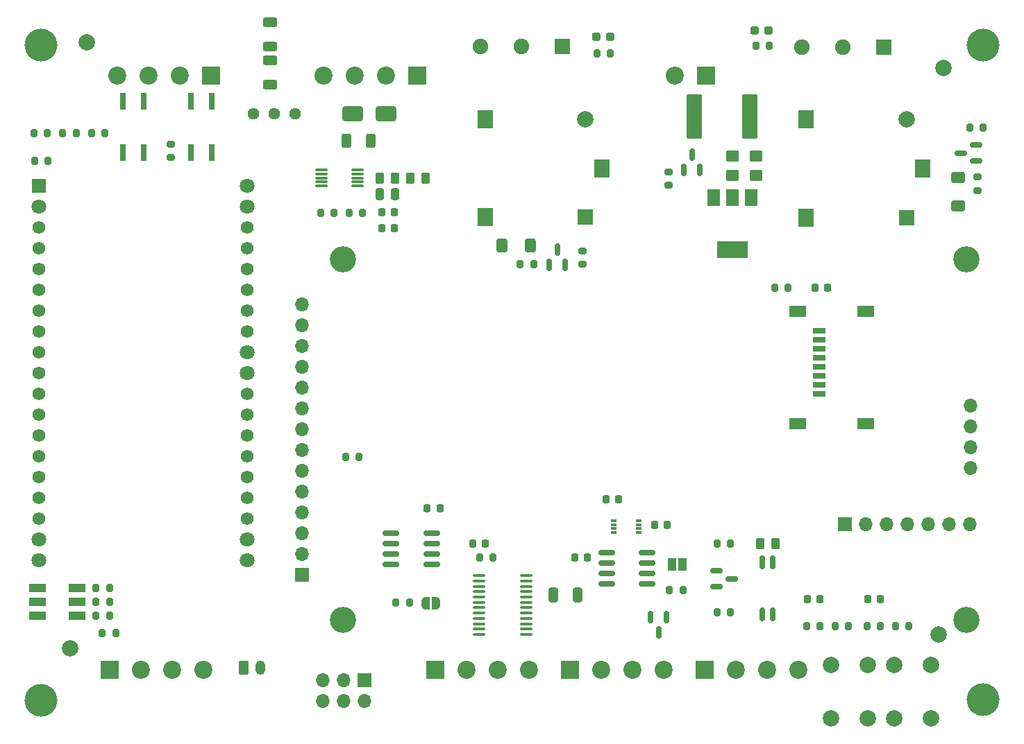
<source format=gbr>
%TF.GenerationSoftware,KiCad,Pcbnew,7.0.7*%
%TF.CreationDate,2024-04-10T19:08:45+02:00*%
%TF.ProjectId,ControllerCircuit,436f6e74-726f-46c6-9c65-724369726375,rev?*%
%TF.SameCoordinates,Original*%
%TF.FileFunction,Soldermask,Top*%
%TF.FilePolarity,Negative*%
%FSLAX46Y46*%
G04 Gerber Fmt 4.6, Leading zero omitted, Abs format (unit mm)*
G04 Created by KiCad (PCBNEW 7.0.7) date 2024-04-10 19:08:45*
%MOMM*%
%LPD*%
G01*
G04 APERTURE LIST*
G04 Aperture macros list*
%AMRoundRect*
0 Rectangle with rounded corners*
0 $1 Rounding radius*
0 $2 $3 $4 $5 $6 $7 $8 $9 X,Y pos of 4 corners*
0 Add a 4 corners polygon primitive as box body*
4,1,4,$2,$3,$4,$5,$6,$7,$8,$9,$2,$3,0*
0 Add four circle primitives for the rounded corners*
1,1,$1+$1,$2,$3*
1,1,$1+$1,$4,$5*
1,1,$1+$1,$6,$7*
1,1,$1+$1,$8,$9*
0 Add four rect primitives between the rounded corners*
20,1,$1+$1,$2,$3,$4,$5,0*
20,1,$1+$1,$4,$5,$6,$7,0*
20,1,$1+$1,$6,$7,$8,$9,0*
20,1,$1+$1,$8,$9,$2,$3,0*%
%AMFreePoly0*
4,1,19,0.500000,-0.750000,0.000000,-0.750000,0.000000,-0.744911,-0.071157,-0.744911,-0.207708,-0.704816,-0.327430,-0.627875,-0.420627,-0.520320,-0.479746,-0.390866,-0.500000,-0.250000,-0.500000,0.250000,-0.479746,0.390866,-0.420627,0.520320,-0.327430,0.627875,-0.207708,0.704816,-0.071157,0.744911,0.000000,0.744911,0.000000,0.750000,0.500000,0.750000,0.500000,-0.750000,0.500000,-0.750000,
$1*%
%AMFreePoly1*
4,1,19,0.000000,0.744911,0.071157,0.744911,0.207708,0.704816,0.327430,0.627875,0.420627,0.520320,0.479746,0.390866,0.500000,0.250000,0.500000,-0.250000,0.479746,-0.390866,0.420627,-0.520320,0.327430,-0.627875,0.207708,-0.704816,0.071157,-0.744911,0.000000,-0.744911,0.000000,-0.750000,-0.500000,-0.750000,-0.500000,0.750000,0.000000,0.750000,0.000000,0.744911,0.000000,0.744911,
$1*%
G04 Aperture macros list end*
%ADD10C,4.000000*%
%ADD11RoundRect,0.200000X-0.200000X-0.275000X0.200000X-0.275000X0.200000X0.275000X-0.200000X0.275000X0*%
%ADD12RoundRect,0.225000X-0.225000X-0.250000X0.225000X-0.250000X0.225000X0.250000X-0.225000X0.250000X0*%
%ADD13RoundRect,0.150000X-0.825000X-0.150000X0.825000X-0.150000X0.825000X0.150000X-0.825000X0.150000X0*%
%ADD14R,2.200000X2.200000*%
%ADD15C,2.200000*%
%ADD16R,1.800000X1.800000*%
%ADD17C,1.800000*%
%ADD18C,1.560000*%
%ADD19R,1.700000X1.700000*%
%ADD20O,1.700000X1.700000*%
%ADD21R,1.980000X1.980000*%
%ADD22C,2.000000*%
%ADD23R,1.900000X2.200000*%
%ADD24RoundRect,0.237500X-0.287500X-0.237500X0.287500X-0.237500X0.287500X0.237500X-0.287500X0.237500X0*%
%ADD25RoundRect,0.250000X-0.350000X-0.625000X0.350000X-0.625000X0.350000X0.625000X-0.350000X0.625000X0*%
%ADD26O,1.200000X1.750000*%
%ADD27RoundRect,0.250000X0.600000X-0.400000X0.600000X0.400000X-0.600000X0.400000X-0.600000X-0.400000X0*%
%ADD28RoundRect,0.150000X0.587500X0.150000X-0.587500X0.150000X-0.587500X-0.150000X0.587500X-0.150000X0*%
%ADD29RoundRect,0.200000X-0.275000X0.200000X-0.275000X-0.200000X0.275000X-0.200000X0.275000X0.200000X0*%
%ADD30RoundRect,0.250000X0.262500X0.450000X-0.262500X0.450000X-0.262500X-0.450000X0.262500X-0.450000X0*%
%ADD31RoundRect,0.150000X0.150000X-0.587500X0.150000X0.587500X-0.150000X0.587500X-0.150000X-0.587500X0*%
%ADD32RoundRect,0.250000X-0.712500X-2.475000X0.712500X-2.475000X0.712500X2.475000X-0.712500X2.475000X0*%
%ADD33RoundRect,0.250000X-0.537500X-0.425000X0.537500X-0.425000X0.537500X0.425000X-0.537500X0.425000X0*%
%ADD34R,1.500000X2.000000*%
%ADD35R,3.800000X2.000000*%
%ADD36R,0.640000X2.000000*%
%ADD37R,1.900000X1.900000*%
%ADD38C,1.900000*%
%ADD39RoundRect,0.200000X0.200000X0.275000X-0.200000X0.275000X-0.200000X-0.275000X0.200000X-0.275000X0*%
%ADD40R,1.000000X1.500000*%
%ADD41FreePoly0,180.000000*%
%ADD42FreePoly1,180.000000*%
%ADD43RoundRect,0.150000X-0.150000X0.587500X-0.150000X-0.587500X0.150000X-0.587500X0.150000X0.587500X0*%
%ADD44RoundRect,0.150000X-0.150000X0.662500X-0.150000X-0.662500X0.150000X-0.662500X0.150000X0.662500X0*%
%ADD45RoundRect,0.100000X-0.637500X-0.100000X0.637500X-0.100000X0.637500X0.100000X-0.637500X0.100000X0*%
%ADD46RoundRect,0.150000X-0.587500X-0.150000X0.587500X-0.150000X0.587500X0.150000X-0.587500X0.150000X0*%
%ADD47RoundRect,0.250000X0.325000X0.650000X-0.325000X0.650000X-0.325000X-0.650000X0.325000X-0.650000X0*%
%ADD48R,1.500000X0.800000*%
%ADD49R,2.000000X1.450000*%
%ADD50R,0.800000X0.300000*%
%ADD51C,3.200000*%
%ADD52R,2.000000X1.100000*%
%ADD53RoundRect,0.225000X0.225000X0.250000X-0.225000X0.250000X-0.225000X-0.250000X0.225000X-0.250000X0*%
%ADD54RoundRect,0.250000X-0.250000X-0.475000X0.250000X-0.475000X0.250000X0.475000X-0.250000X0.475000X0*%
%ADD55RoundRect,0.250000X-0.262500X-0.450000X0.262500X-0.450000X0.262500X0.450000X-0.262500X0.450000X0*%
%ADD56RoundRect,0.075000X-0.650000X-0.075000X0.650000X-0.075000X0.650000X0.075000X-0.650000X0.075000X0*%
%ADD57RoundRect,0.250000X-0.400000X-0.600000X0.400000X-0.600000X0.400000X0.600000X-0.400000X0.600000X0*%
%ADD58RoundRect,0.250000X0.625000X-0.312500X0.625000X0.312500X-0.625000X0.312500X-0.625000X-0.312500X0*%
%ADD59C,1.440000*%
%ADD60RoundRect,0.250000X-0.312500X-0.625000X0.312500X-0.625000X0.312500X0.625000X-0.312500X0.625000X0*%
%ADD61RoundRect,0.250000X-1.000000X-0.650000X1.000000X-0.650000X1.000000X0.650000X-1.000000X0.650000X0*%
G04 APERTURE END LIST*
D10*
%TO.C,REF1*%
X118650000Y83800000D03*
%TD*%
%TO.C,REF3*%
X118650000Y3850000D03*
%TD*%
D11*
%TO.C,R4*%
X10425000Y15800000D03*
X12075000Y15800000D03*
%TD*%
D12*
%TO.C,C6*%
X56375000Y22900000D03*
X57925000Y22900000D03*
%TD*%
%TO.C,C1*%
X50825000Y27250000D03*
X52375000Y27250000D03*
%TD*%
D11*
%TO.C,R9*%
X47015000Y15670000D03*
X48665000Y15670000D03*
%TD*%
D13*
%TO.C,U5*%
X46425000Y24155000D03*
X46425000Y22885000D03*
X46425000Y21615000D03*
X46425000Y20345000D03*
X51375000Y20345000D03*
X51375000Y21615000D03*
X51375000Y22885000D03*
X51375000Y24155000D03*
%TD*%
D14*
%TO.C,J7*%
X68249188Y7500000D03*
D15*
X72059188Y7500000D03*
X75869188Y7500000D03*
X79679188Y7500000D03*
%TD*%
D16*
%TO.C,U4*%
X3506394Y66570000D03*
D17*
X3506394Y64030000D03*
D18*
X3506394Y61490000D03*
X3506394Y58950000D03*
X3506394Y56410000D03*
X3506394Y53870000D03*
X3506394Y51330000D03*
X3506394Y48790000D03*
X3506394Y46250000D03*
X3506394Y43710000D03*
X3506394Y41170000D03*
X3506394Y38630000D03*
X3506394Y36090000D03*
X3506394Y33550000D03*
X3506394Y31010000D03*
X3506394Y28470000D03*
X3506394Y25930000D03*
D17*
X3506394Y23390000D03*
X3506394Y20850000D03*
X28906394Y66570000D03*
X28906394Y64030000D03*
D18*
X28906394Y61490000D03*
X28906394Y58950000D03*
X28906394Y56410000D03*
X28906394Y53870000D03*
X28906394Y51330000D03*
X28906394Y48790000D03*
D17*
X28906394Y46250000D03*
X28906394Y43710000D03*
D18*
X28906394Y41170000D03*
X28906394Y38630000D03*
X28906394Y36090000D03*
X28906394Y33550000D03*
X28906394Y31010000D03*
X28906394Y28470000D03*
X28906394Y25930000D03*
D17*
X28906394Y23390000D03*
X28906394Y20850000D03*
%TD*%
D14*
%TO.C,J1*%
X12099188Y7500000D03*
D15*
X15909188Y7500000D03*
X19719188Y7500000D03*
X23529188Y7500000D03*
%TD*%
D14*
%TO.C,J4*%
X51849188Y7500000D03*
D15*
X55659188Y7500000D03*
X59469188Y7500000D03*
X63279188Y7500000D03*
%TD*%
D19*
%TO.C,J8*%
X43200000Y6250000D03*
D20*
X43200000Y3710000D03*
X40660000Y6250000D03*
X40660000Y3710000D03*
X38120000Y6250000D03*
X38120000Y3710000D03*
%TD*%
D21*
%TO.C,K1*%
X109265000Y62700000D03*
D22*
X109265000Y74700000D03*
D23*
X111265000Y68700000D03*
X97065000Y62700000D03*
X97065000Y74700000D03*
%TD*%
D11*
%TO.C,R12*%
X90925000Y83700000D03*
X92575000Y83700000D03*
%TD*%
D24*
%TO.C,D3*%
X90725000Y85550000D03*
X92475000Y85550000D03*
%TD*%
D25*
%TO.C,J10*%
X28450000Y7750000D03*
D26*
X30450000Y7750000D03*
%TD*%
D11*
%TO.C,R1*%
X10425000Y17500000D03*
X12075000Y17500000D03*
%TD*%
%TO.C,R17*%
X10425000Y14100000D03*
X12075000Y14100000D03*
%TD*%
D10*
%TO.C,REF2*%
X3700000Y83800000D03*
%TD*%
%TO.C,REF4*%
X3700000Y3800000D03*
%TD*%
D27*
%TO.C,D2*%
X115550000Y64100000D03*
X115550000Y67600000D03*
%TD*%
D28*
%TO.C,Q1*%
X117737500Y69650000D03*
X117737500Y71550000D03*
X115862500Y70600000D03*
%TD*%
D29*
%TO.C,R10*%
X117950000Y67675000D03*
X117950000Y66025000D03*
%TD*%
D11*
%TO.C,R11*%
X116975000Y73700000D03*
X118625000Y73700000D03*
%TD*%
D30*
%TO.C,R3*%
X93292500Y22880000D03*
X91467500Y22880000D03*
%TD*%
D11*
%TO.C,R2*%
X86175000Y14500000D03*
X87825000Y14500000D03*
%TD*%
D29*
%TO.C,R8*%
X80300000Y68325000D03*
X80300000Y66675000D03*
%TD*%
D31*
%TO.C,Q3*%
X82150000Y68562500D03*
X84050000Y68562500D03*
X83100000Y70437500D03*
%TD*%
D32*
%TO.C,F1*%
X83362500Y75050000D03*
X90137500Y75050000D03*
%TD*%
D33*
%TO.C,C4*%
X88016700Y67836000D03*
X90891700Y67836000D03*
%TD*%
%TO.C,C3*%
X88012500Y70200000D03*
X90887500Y70200000D03*
%TD*%
D34*
%TO.C,U6*%
X90374200Y65121000D03*
X88074200Y65121000D03*
D35*
X88074200Y58821000D03*
D34*
X85774200Y65121000D03*
%TD*%
D36*
%TO.C,U9*%
X21980000Y70650000D03*
X24520000Y70650000D03*
X24520000Y76950000D03*
X21980000Y76950000D03*
%TD*%
D29*
%TO.C,R18*%
X19583400Y71678800D03*
X19583400Y70028800D03*
%TD*%
D37*
%TO.C,J2*%
X106475000Y83550000D03*
D38*
X101475000Y83550000D03*
X96475000Y83550000D03*
%TD*%
D39*
%TO.C,R19*%
X58875000Y21200000D03*
X57225000Y21200000D03*
%TD*%
D11*
%TO.C,R21*%
X40875000Y33500000D03*
X42525000Y33500000D03*
%TD*%
D12*
%TO.C,C2*%
X68825000Y21250000D03*
X70375000Y21250000D03*
%TD*%
D40*
%TO.C,JP1*%
X80650000Y20400000D03*
X81950000Y20400000D03*
%TD*%
D39*
%TO.C,R24*%
X12825000Y12000000D03*
X11175000Y12000000D03*
%TD*%
D36*
%TO.C,U12*%
X13730000Y70650000D03*
X16270000Y70650000D03*
X16270000Y76950000D03*
X13730000Y76950000D03*
%TD*%
D14*
%TO.C,J12*%
X24450812Y80050000D03*
D15*
X20640812Y80050000D03*
X16830812Y80050000D03*
X13020812Y80050000D03*
%TD*%
D41*
%TO.C,JP4*%
X51890000Y15660000D03*
D42*
X50590000Y15660000D03*
%TD*%
D43*
%TO.C,D8*%
X79990000Y13937500D03*
X78090000Y13937500D03*
X79040000Y12062500D03*
%TD*%
D14*
%TO.C,J5*%
X84840812Y80050000D03*
D15*
X81030812Y80050000D03*
%TD*%
D44*
%TO.C,U2*%
X92943320Y20607000D03*
X91673320Y20607000D03*
X91673320Y14232000D03*
X92943320Y14232000D03*
%TD*%
D19*
%TO.C,J14*%
X101800000Y25300000D03*
D20*
X104340000Y25300000D03*
X106880000Y25300000D03*
X109420000Y25300000D03*
X111960000Y25300000D03*
X114500000Y25300000D03*
X117040000Y25300000D03*
%TD*%
D12*
%TO.C,C10*%
X98125000Y54150000D03*
X99675000Y54150000D03*
%TD*%
%TO.C,C7*%
X97166000Y16129000D03*
X98716000Y16129000D03*
%TD*%
D11*
%TO.C,R7*%
X100545000Y12827000D03*
X102195000Y12827000D03*
%TD*%
%TO.C,R26*%
X97096000Y12827000D03*
X98746000Y12827000D03*
%TD*%
D22*
%TO.C,SW1*%
X100100000Y1600000D03*
X100100000Y8100000D03*
X104600000Y1600000D03*
X104600000Y8100000D03*
%TD*%
%TO.C,SW2*%
X107750000Y1600000D03*
X107750000Y8100000D03*
X112250000Y1600000D03*
X112250000Y8100000D03*
%TD*%
D11*
%TO.C,R27*%
X107911000Y12827000D03*
X109561000Y12827000D03*
%TD*%
D12*
%TO.C,C11*%
X104532000Y16129000D03*
X106082000Y16129000D03*
%TD*%
D11*
%TO.C,R28*%
X104462000Y12827000D03*
X106112000Y12827000D03*
%TD*%
D45*
%TO.C,U3*%
X57137500Y18975000D03*
X57137500Y18325000D03*
X57137500Y17675000D03*
X57137500Y17025000D03*
X57137500Y16375000D03*
X57137500Y15725000D03*
X57137500Y15075000D03*
X57137500Y14425000D03*
X57137500Y13775000D03*
X57137500Y13125000D03*
X57137500Y12475000D03*
X57137500Y11825000D03*
X62862500Y11825000D03*
X62862500Y12475000D03*
X62862500Y13125000D03*
X62862500Y13775000D03*
X62862500Y14425000D03*
X62862500Y15075000D03*
X62862500Y15725000D03*
X62862500Y16375000D03*
X62862500Y17025000D03*
X62862500Y17675000D03*
X62862500Y18325000D03*
X62862500Y18975000D03*
%TD*%
D46*
%TO.C,Q4*%
X86082500Y19575000D03*
X86082500Y17675000D03*
X87957500Y18625000D03*
%TD*%
D11*
%TO.C,R20*%
X86175000Y22880000D03*
X87825000Y22880000D03*
%TD*%
D47*
%TO.C,C5*%
X69175000Y16600000D03*
X66225000Y16600000D03*
%TD*%
D11*
%TO.C,R29*%
X2925000Y69650000D03*
X4575000Y69650000D03*
%TD*%
D48*
%TO.C,J15*%
X98600000Y41195000D03*
X98600000Y42295000D03*
X98600000Y43395000D03*
X98600000Y44495000D03*
X98600000Y45595000D03*
X98600000Y46695000D03*
X98600000Y47795000D03*
X98600000Y48895000D03*
D49*
X96000000Y37525000D03*
X104300000Y37525000D03*
X104300000Y51275000D03*
X96000000Y51275000D03*
%TD*%
D22*
%TO.C,FID1*%
X9300000Y84100000D03*
%TD*%
%TO.C,FID2*%
X7300000Y10150000D03*
%TD*%
%TO.C,FID3*%
X113200000Y11850000D03*
%TD*%
%TO.C,FID4*%
X113750000Y81000000D03*
%TD*%
D12*
%TO.C,C9*%
X78525000Y25200000D03*
X80075000Y25200000D03*
%TD*%
D50*
%TO.C,U1*%
X73550000Y25730000D03*
X73550000Y25230000D03*
X73550000Y24730000D03*
X73550000Y24230000D03*
X76650000Y24230000D03*
X76650000Y24730000D03*
X76650000Y25230000D03*
X76650000Y25730000D03*
%TD*%
D13*
%TO.C,U7*%
X72725000Y21805000D03*
X72725000Y20535000D03*
X72725000Y19265000D03*
X72725000Y17995000D03*
X77675000Y17995000D03*
X77675000Y19265000D03*
X77675000Y20535000D03*
X77675000Y21805000D03*
%TD*%
D39*
%TO.C,R6*%
X82025000Y17200000D03*
X80375000Y17200000D03*
%TD*%
D51*
%TO.C,LCD1*%
X116550000Y13625000D03*
X116550000Y57625000D03*
X40550000Y13625000D03*
X40550000Y57625000D03*
D19*
X35550000Y19125000D03*
D20*
X35550000Y21665000D03*
X35550000Y24205000D03*
X35550000Y26745000D03*
X35550000Y29285000D03*
X35550000Y31825000D03*
X35550000Y34365000D03*
X35550000Y36905000D03*
X35550000Y39445000D03*
X35550000Y41985000D03*
X35550000Y44525000D03*
X35550000Y47065000D03*
X35550000Y49605000D03*
X35550000Y52145000D03*
X117050000Y32125000D03*
X117050000Y34665000D03*
X117050000Y37205000D03*
X117050000Y39745000D03*
%TD*%
D12*
%TO.C,C8*%
X72625000Y28300000D03*
X74175000Y28300000D03*
%TD*%
D52*
%TO.C,D1*%
X8100000Y14100000D03*
X8100000Y15800000D03*
X8100000Y17500000D03*
X3300000Y17500000D03*
X3300000Y15800000D03*
X3300000Y14100000D03*
%TD*%
D11*
%TO.C,R22*%
X93175000Y54180000D03*
X94825000Y54180000D03*
%TD*%
%TO.C,R16*%
X2850000Y73050000D03*
X4500000Y73050000D03*
%TD*%
D39*
%TO.C,R5*%
X8025000Y73050000D03*
X6375000Y73050000D03*
%TD*%
%TO.C,R25*%
X11525000Y73050000D03*
X9875000Y73050000D03*
%TD*%
D53*
%TO.C,C14*%
X46824802Y61466000D03*
X45274802Y61466000D03*
%TD*%
D14*
%TO.C,J9*%
X49600812Y80050000D03*
D15*
X45790812Y80050000D03*
X41980812Y80050000D03*
X38170812Y80050000D03*
%TD*%
D53*
%TO.C,C13*%
X46814802Y63366000D03*
X45264802Y63366000D03*
%TD*%
D54*
%TO.C,C12*%
X45039802Y65566000D03*
X46939802Y65566000D03*
%TD*%
D55*
%TO.C,R30*%
X48787302Y67566000D03*
X50612302Y67566000D03*
%TD*%
%TO.C,R23*%
X45077302Y67566000D03*
X46902302Y67566000D03*
%TD*%
D56*
%TO.C,U8*%
X37949802Y68566000D03*
X37949802Y68066000D03*
X37949802Y67566000D03*
X37949802Y67066000D03*
X37949802Y66566000D03*
X42349802Y66566000D03*
X42349802Y67066000D03*
X42349802Y67566000D03*
X42349802Y68066000D03*
X42349802Y68566000D03*
%TD*%
D21*
%TO.C,K2*%
X70100000Y62750000D03*
D22*
X70100000Y74750000D03*
D23*
X72100000Y68750000D03*
X57900000Y62750000D03*
X57900000Y74750000D03*
%TD*%
D31*
%TO.C,Q2*%
X65725000Y56912500D03*
X67625000Y56912500D03*
X66675000Y58787500D03*
%TD*%
D39*
%TO.C,R14*%
X63800000Y57000000D03*
X62150000Y57000000D03*
%TD*%
D29*
%TO.C,R15*%
X69725000Y58655000D03*
X69725000Y57005000D03*
%TD*%
D24*
%TO.C,D4*%
X71425000Y84800000D03*
X73175000Y84800000D03*
%TD*%
D57*
%TO.C,D5*%
X59925000Y59300000D03*
X63425000Y59300000D03*
%TD*%
D37*
%TO.C,J3*%
X67310000Y83600000D03*
D38*
X62310000Y83600000D03*
X57310000Y83600000D03*
%TD*%
D11*
%TO.C,R13*%
X71525000Y82800000D03*
X73175000Y82800000D03*
%TD*%
D39*
%TO.C,R31*%
X42959802Y63316000D03*
X41309802Y63316000D03*
%TD*%
%TO.C,R32*%
X39454802Y63266000D03*
X37804802Y63266000D03*
%TD*%
D58*
%TO.C,R35*%
X31648400Y83627500D03*
X31648400Y86552500D03*
%TD*%
D14*
%TO.C,J17*%
X84649188Y7500000D03*
D15*
X88459188Y7500000D03*
X92269188Y7500000D03*
X96079188Y7500000D03*
%TD*%
D59*
%TO.C,RV1*%
X29606400Y75387200D03*
X32146400Y75387200D03*
X34686400Y75387200D03*
%TD*%
D60*
%TO.C,R34*%
X41006300Y72136000D03*
X43931300Y72136000D03*
%TD*%
D61*
%TO.C,D6*%
X41764200Y75412600D03*
X45764200Y75412600D03*
%TD*%
D58*
%TO.C,R33*%
X31648400Y78953900D03*
X31648400Y81878900D03*
%TD*%
M02*

</source>
